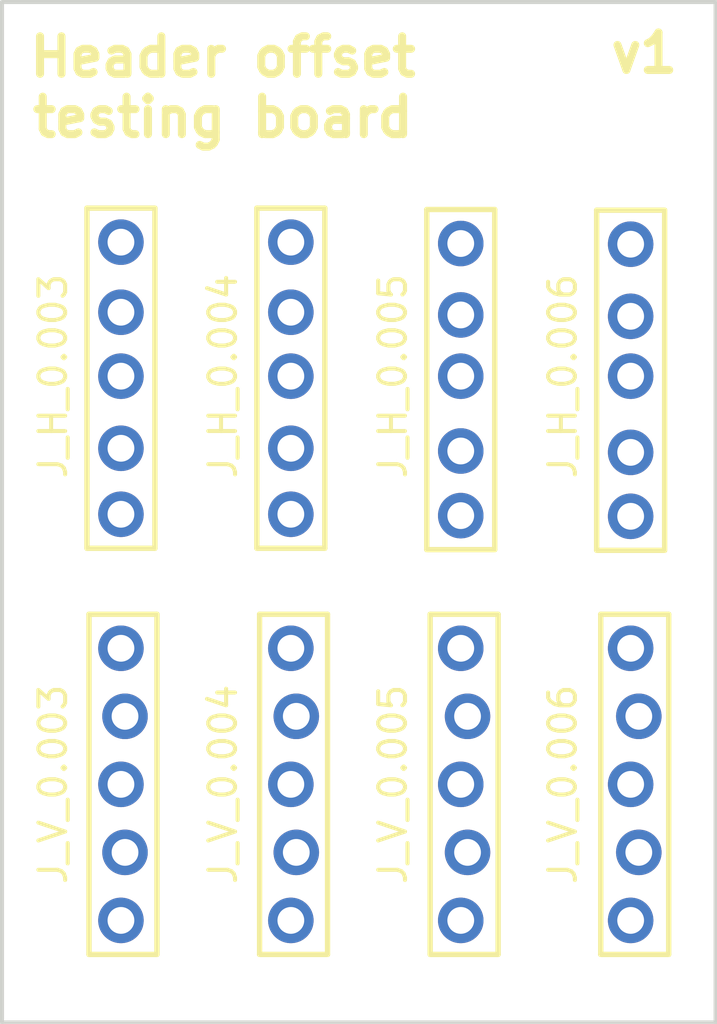
<source format=kicad_pcb>
(kicad_pcb (version 4) (host pcbnew 4.0.6)

  (general
    (links 0)
    (no_connects 0)
    (area 36.754999 22.784999 63.575001 61.035001)
    (thickness 1.6)
    (drawings 6)
    (tracks 0)
    (zones 0)
    (modules 8)
    (nets 1)
  )

  (page A4)
  (layers
    (0 F.Cu signal)
    (31 B.Cu signal)
    (32 B.Adhes user)
    (33 F.Adhes user)
    (34 B.Paste user)
    (35 F.Paste user)
    (36 B.SilkS user)
    (37 F.SilkS user)
    (38 B.Mask user)
    (39 F.Mask user)
    (40 Dwgs.User user)
    (41 Cmts.User user)
    (42 Eco1.User user)
    (43 Eco2.User user)
    (44 Edge.Cuts user)
    (45 Margin user)
    (46 B.CrtYd user)
    (47 F.CrtYd user)
    (48 B.Fab user)
    (49 F.Fab user)
  )

  (setup
    (last_trace_width 0.25)
    (trace_clearance 0.2)
    (zone_clearance 0.508)
    (zone_45_only no)
    (trace_min 0.2)
    (segment_width 0.2)
    (edge_width 0.15)
    (via_size 0.6)
    (via_drill 0.4)
    (via_min_size 0.4)
    (via_min_drill 0.3)
    (uvia_size 0.3)
    (uvia_drill 0.1)
    (uvias_allowed no)
    (uvia_min_size 0.2)
    (uvia_min_drill 0.1)
    (pcb_text_width 0.3)
    (pcb_text_size 1.5 1.5)
    (mod_edge_width 0.15)
    (mod_text_size 1 1)
    (mod_text_width 0.15)
    (pad_size 1.524 1.524)
    (pad_drill 0.762)
    (pad_to_mask_clearance 0.2)
    (aux_axis_origin 0 0)
    (visible_elements FFFFFF7F)
    (pcbplotparams
      (layerselection 0x010a8_00000001)
      (usegerberextensions true)
      (excludeedgelayer true)
      (linewidth 0.100000)
      (plotframeref false)
      (viasonmask false)
      (mode 1)
      (useauxorigin false)
      (hpglpennumber 1)
      (hpglpenspeed 20)
      (hpglpendiameter 15)
      (hpglpenoverlay 2)
      (psnegative false)
      (psa4output false)
      (plotreference true)
      (plotvalue true)
      (plotinvisibletext false)
      (padsonsilk false)
      (subtractmaskfromsilk false)
      (outputformat 1)
      (mirror false)
      (drillshape 0)
      (scaleselection 1)
      (outputdirectory v1))
  )

  (net 0 "")

  (net_class Default "This is the default net class."
    (clearance 0.2)
    (trace_width 0.25)
    (via_dia 0.6)
    (via_drill 0.4)
    (uvia_dia 0.3)
    (uvia_drill 0.1)
  )

  (module headers:header_1x5_unmarked_locking_h0.003 (layer F.Cu) (tedit 5943BCE0) (tstamp 5943BCAA)
    (at 41.275 31.8262)
    (descr "Through hole straight pin header, 1x05, 2.54mm pitch, single row, locking")
    (tags "Through hole pin header THT 1x05 2.54mm single row locking")
    (fp_text reference J_H_0.003 (at -2.54 5.0038 90) (layer F.SilkS)
      (effects (font (size 1 1) (thickness 0.15)))
    )
    (fp_text value I2C (at 0 12.55) (layer F.SilkS) hide
      (effects (font (size 1 1) (thickness 0.15)))
    )
    (fp_line (start -1.27 11.43) (end -1.27 -1.27) (layer F.SilkS) (width 0.2))
    (fp_line (start 1.27 11.43) (end -1.27 11.43) (layer F.SilkS) (width 0.2))
    (fp_line (start 1.27 -1.27) (end 1.27 11.43) (layer F.SilkS) (width 0.2))
    (fp_line (start -1.27 -1.27) (end 1.27 -1.27) (layer F.SilkS) (width 0.2))
    (fp_line (start -1.27 -1.27) (end -1.27 11.43) (layer F.Fab) (width 0.1))
    (fp_line (start -1.27 11.43) (end 1.27 11.43) (layer F.Fab) (width 0.1))
    (fp_line (start 1.27 11.43) (end 1.27 -1.27) (layer F.Fab) (width 0.1))
    (fp_line (start 1.27 -1.27) (end -1.27 -1.27) (layer F.Fab) (width 0.1))
    (fp_line (start -1.6 -1.6) (end -1.6 11.7) (layer F.CrtYd) (width 0.05))
    (fp_line (start -1.6 11.7) (end 1.6 11.7) (layer F.CrtYd) (width 0.05))
    (fp_line (start 1.6 11.7) (end 1.6 -1.6) (layer F.CrtYd) (width 0.05))
    (fp_line (start 1.6 -1.6) (end -1.6 -1.6) (layer F.CrtYd) (width 0.05))
    (pad 1 thru_hole circle (at 0 0) (size 1.7 1.7) (drill 1) (layers *.Cu *.Mask))
    (pad 2 thru_hole circle (at 0 2.6162) (size 1.7 1.7) (drill 1) (layers *.Cu *.Mask))
    (pad 3 thru_hole circle (at 0 5.0038) (size 1.7 1.7) (drill 1) (layers *.Cu *.Mask))
    (pad 4 thru_hole circle (at 0 7.6962) (size 1.7 1.7) (drill 1) (layers *.Cu *.Mask))
    (pad 5 thru_hole circle (at 0 10.16) (size 1.7 1.7) (drill 1) (layers *.Cu *.Mask))
    (model Pin_Headers.3dshapes/Pin_Header_Straight_1x05_Pitch2.54mm.wrl
      (at (xyz 0 -0.2 0))
      (scale (xyz 1 1 1))
      (rotate (xyz 0 0 90))
    )
  )

  (module headers:header_1x5_unmarked_locking_h0.004 (layer F.Cu) (tedit 5943BCDE) (tstamp 5943BCBF)
    (at 47.625 31.8262)
    (descr "Through hole straight pin header, 1x05, 2.54mm pitch, single row, locking")
    (tags "Through hole pin header THT 1x05 2.54mm single row locking")
    (fp_text reference J_H_0.004 (at -2.54 5.0038 90) (layer F.SilkS)
      (effects (font (size 1 1) (thickness 0.15)))
    )
    (fp_text value I2C (at 0 12.55) (layer F.SilkS) hide
      (effects (font (size 1 1) (thickness 0.15)))
    )
    (fp_line (start -1.27 11.43) (end -1.27 -1.27) (layer F.SilkS) (width 0.2))
    (fp_line (start 1.27 11.43) (end -1.27 11.43) (layer F.SilkS) (width 0.2))
    (fp_line (start 1.27 -1.27) (end 1.27 11.43) (layer F.SilkS) (width 0.2))
    (fp_line (start -1.27 -1.27) (end 1.27 -1.27) (layer F.SilkS) (width 0.2))
    (fp_line (start -1.27 -1.27) (end -1.27 11.43) (layer F.Fab) (width 0.1))
    (fp_line (start -1.27 11.43) (end 1.27 11.43) (layer F.Fab) (width 0.1))
    (fp_line (start 1.27 11.43) (end 1.27 -1.27) (layer F.Fab) (width 0.1))
    (fp_line (start 1.27 -1.27) (end -1.27 -1.27) (layer F.Fab) (width 0.1))
    (fp_line (start -1.6 -1.6) (end -1.6 11.7) (layer F.CrtYd) (width 0.05))
    (fp_line (start -1.6 11.7) (end 1.6 11.7) (layer F.CrtYd) (width 0.05))
    (fp_line (start 1.6 11.7) (end 1.6 -1.6) (layer F.CrtYd) (width 0.05))
    (fp_line (start 1.6 -1.6) (end -1.6 -1.6) (layer F.CrtYd) (width 0.05))
    (pad 1 thru_hole circle (at 0 0) (size 1.7 1.7) (drill 1) (layers *.Cu *.Mask))
    (pad 2 thru_hole circle (at 0 2.6162) (size 1.7 1.7) (drill 1) (layers *.Cu *.Mask))
    (pad 3 thru_hole circle (at 0 5.0038) (size 1.7 1.7) (drill 1) (layers *.Cu *.Mask))
    (pad 4 thru_hole circle (at 0 7.6962) (size 1.7 1.7) (drill 1) (layers *.Cu *.Mask))
    (pad 5 thru_hole circle (at 0 10.16) (size 1.7 1.7) (drill 1) (layers *.Cu *.Mask))
    (model Pin_Headers.3dshapes/Pin_Header_Straight_1x05_Pitch2.54mm.wrl
      (at (xyz 0 -0.2 0))
      (scale (xyz 1 1 1))
      (rotate (xyz 0 0 90))
    )
  )

  (module headers:header_1x5_unmarked_locking_h0.005 (layer F.Cu) (tedit 5943BCDC) (tstamp 5943BCD4)
    (at 53.975 31.877)
    (descr "Through hole straight pin header, 1x05, 2.54mm pitch, single row, locking")
    (tags "Through hole pin header THT 1x05 2.54mm single row locking")
    (fp_text reference J_H_0.005 (at -2.54 4.953 90) (layer F.SilkS)
      (effects (font (size 1 1) (thickness 0.15)))
    )
    (fp_text value I2C (at 0 12.55) (layer F.SilkS) hide
      (effects (font (size 1 1) (thickness 0.15)))
    )
    (fp_line (start -1.27 11.43) (end -1.27 -1.27) (layer F.SilkS) (width 0.2))
    (fp_line (start 1.27 11.43) (end -1.27 11.43) (layer F.SilkS) (width 0.2))
    (fp_line (start 1.27 -1.27) (end 1.27 11.43) (layer F.SilkS) (width 0.2))
    (fp_line (start -1.27 -1.27) (end 1.27 -1.27) (layer F.SilkS) (width 0.2))
    (fp_line (start -1.27 -1.27) (end -1.27 11.43) (layer F.Fab) (width 0.1))
    (fp_line (start -1.27 11.43) (end 1.27 11.43) (layer F.Fab) (width 0.1))
    (fp_line (start 1.27 11.43) (end 1.27 -1.27) (layer F.Fab) (width 0.1))
    (fp_line (start 1.27 -1.27) (end -1.27 -1.27) (layer F.Fab) (width 0.1))
    (fp_line (start -1.6 -1.6) (end -1.6 11.7) (layer F.CrtYd) (width 0.05))
    (fp_line (start -1.6 11.7) (end 1.6 11.7) (layer F.CrtYd) (width 0.05))
    (fp_line (start 1.6 11.7) (end 1.6 -1.6) (layer F.CrtYd) (width 0.05))
    (fp_line (start 1.6 -1.6) (end -1.6 -1.6) (layer F.CrtYd) (width 0.05))
    (pad 1 thru_hole circle (at 0 0) (size 1.7 1.7) (drill 1) (layers *.Cu *.Mask))
    (pad 2 thru_hole circle (at 0 2.667) (size 1.7 1.7) (drill 1) (layers *.Cu *.Mask))
    (pad 3 thru_hole circle (at 0 4.953) (size 1.7 1.7) (drill 1) (layers *.Cu *.Mask))
    (pad 4 thru_hole circle (at 0 7.747) (size 1.7 1.7) (drill 1) (layers *.Cu *.Mask))
    (pad 5 thru_hole circle (at 0 10.16) (size 1.7 1.7) (drill 1) (layers *.Cu *.Mask))
    (model Pin_Headers.3dshapes/Pin_Header_Straight_1x05_Pitch2.54mm.wrl
      (at (xyz 0 -0.2 0))
      (scale (xyz 1 1 1))
      (rotate (xyz 0 0 90))
    )
  )

  (module headers:header_1x5_unmarked_locking_h0.006 (layer F.Cu) (tedit 5943BCDA) (tstamp 5943BCE9)
    (at 60.325 31.9024)
    (descr "Through hole straight pin header, 1x05, 2.54mm pitch, single row, locking")
    (tags "Through hole pin header THT 1x05 2.54mm single row locking")
    (fp_text reference J_H_0.006 (at -2.54 4.9276 90) (layer F.SilkS)
      (effects (font (size 1 1) (thickness 0.15)))
    )
    (fp_text value I2C (at 0 12.55) (layer F.SilkS) hide
      (effects (font (size 1 1) (thickness 0.15)))
    )
    (fp_line (start -1.27 11.43) (end -1.27 -1.27) (layer F.SilkS) (width 0.2))
    (fp_line (start 1.27 11.43) (end -1.27 11.43) (layer F.SilkS) (width 0.2))
    (fp_line (start 1.27 -1.27) (end 1.27 11.43) (layer F.SilkS) (width 0.2))
    (fp_line (start -1.27 -1.27) (end 1.27 -1.27) (layer F.SilkS) (width 0.2))
    (fp_line (start -1.27 -1.27) (end -1.27 11.43) (layer F.Fab) (width 0.1))
    (fp_line (start -1.27 11.43) (end 1.27 11.43) (layer F.Fab) (width 0.1))
    (fp_line (start 1.27 11.43) (end 1.27 -1.27) (layer F.Fab) (width 0.1))
    (fp_line (start 1.27 -1.27) (end -1.27 -1.27) (layer F.Fab) (width 0.1))
    (fp_line (start -1.6 -1.6) (end -1.6 11.7) (layer F.CrtYd) (width 0.05))
    (fp_line (start -1.6 11.7) (end 1.6 11.7) (layer F.CrtYd) (width 0.05))
    (fp_line (start 1.6 11.7) (end 1.6 -1.6) (layer F.CrtYd) (width 0.05))
    (fp_line (start 1.6 -1.6) (end -1.6 -1.6) (layer F.CrtYd) (width 0.05))
    (pad 1 thru_hole circle (at 0 0) (size 1.7 1.7) (drill 1) (layers *.Cu *.Mask))
    (pad 2 thru_hole circle (at 0 2.6924) (size 1.7 1.7) (drill 1) (layers *.Cu *.Mask))
    (pad 3 thru_hole circle (at 0 4.9276) (size 1.7 1.7) (drill 1) (layers *.Cu *.Mask))
    (pad 4 thru_hole circle (at 0 7.7724) (size 1.7 1.7) (drill 1) (layers *.Cu *.Mask))
    (pad 5 thru_hole circle (at 0 10.16) (size 1.7 1.7) (drill 1) (layers *.Cu *.Mask))
    (model Pin_Headers.3dshapes/Pin_Header_Straight_1x05_Pitch2.54mm.wrl
      (at (xyz 0 -0.2 0))
      (scale (xyz 1 1 1))
      (rotate (xyz 0 0 90))
    )
  )

  (module headers:header_1x5_unmarked_locking_v0.003 (layer F.Cu) (tedit 5943BCEB) (tstamp 5943BCFE)
    (at 41.3512 46.99)
    (descr "Through hole straight pin header, 1x05, 2.54mm pitch, single row, locking")
    (tags "Through hole pin header THT 1x05 2.54mm single row locking")
    (fp_text reference J_V_0.003 (at -2.6162 5.08 90) (layer F.SilkS)
      (effects (font (size 1 1) (thickness 0.15)))
    )
    (fp_text value I2C (at 0 12.55) (layer F.SilkS) hide
      (effects (font (size 1 1) (thickness 0.15)))
    )
    (fp_line (start -1.27 11.43) (end -1.27 -1.27) (layer F.SilkS) (width 0.2))
    (fp_line (start 1.27 11.43) (end -1.27 11.43) (layer F.SilkS) (width 0.2))
    (fp_line (start 1.27 -1.27) (end 1.27 11.43) (layer F.SilkS) (width 0.2))
    (fp_line (start -1.27 -1.27) (end 1.27 -1.27) (layer F.SilkS) (width 0.2))
    (fp_line (start -1.27 -1.27) (end -1.27 11.43) (layer F.Fab) (width 0.1))
    (fp_line (start -1.27 11.43) (end 1.27 11.43) (layer F.Fab) (width 0.1))
    (fp_line (start 1.27 11.43) (end 1.27 -1.27) (layer F.Fab) (width 0.1))
    (fp_line (start 1.27 -1.27) (end -1.27 -1.27) (layer F.Fab) (width 0.1))
    (fp_line (start -1.6 -1.6) (end -1.6 11.7) (layer F.CrtYd) (width 0.05))
    (fp_line (start -1.6 11.7) (end 1.6 11.7) (layer F.CrtYd) (width 0.05))
    (fp_line (start 1.6 11.7) (end 1.6 -1.6) (layer F.CrtYd) (width 0.05))
    (fp_line (start 1.6 -1.6) (end -1.6 -1.6) (layer F.CrtYd) (width 0.05))
    (pad 1 thru_hole circle (at -0.0762 0) (size 1.7 1.7) (drill 1) (layers *.Cu *.Mask))
    (pad 2 thru_hole circle (at 0.0762 2.54) (size 1.7 1.7) (drill 1) (layers *.Cu *.Mask))
    (pad 3 thru_hole circle (at -0.0762 5.08) (size 1.7 1.7) (drill 1) (layers *.Cu *.Mask))
    (pad 4 thru_hole circle (at 0.0762 7.62) (size 1.7 1.7) (drill 1) (layers *.Cu *.Mask))
    (pad 5 thru_hole circle (at -0.0762 10.16) (size 1.7 1.7) (drill 1) (layers *.Cu *.Mask))
    (model Pin_Headers.3dshapes/Pin_Header_Straight_1x05_Pitch2.54mm.wrl
      (at (xyz 0 -0.2 0))
      (scale (xyz 1 1 1))
      (rotate (xyz 0 0 90))
    )
  )

  (module headers:header_1x5_unmarked_locking_v0.004 (layer F.Cu) (tedit 5943BCE4) (tstamp 5943BD13)
    (at 47.7266 46.99)
    (descr "Through hole straight pin header, 1x05, 2.54mm pitch, single row, locking")
    (tags "Through hole pin header THT 1x05 2.54mm single row locking")
    (fp_text reference J_V_0.004 (at -2.6416 5.08 90) (layer F.SilkS)
      (effects (font (size 1 1) (thickness 0.15)))
    )
    (fp_text value I2C (at 0 12.55) (layer F.SilkS) hide
      (effects (font (size 1 1) (thickness 0.15)))
    )
    (fp_line (start -1.27 11.43) (end -1.27 -1.27) (layer F.SilkS) (width 0.2))
    (fp_line (start 1.27 11.43) (end -1.27 11.43) (layer F.SilkS) (width 0.2))
    (fp_line (start 1.27 -1.27) (end 1.27 11.43) (layer F.SilkS) (width 0.2))
    (fp_line (start -1.27 -1.27) (end 1.27 -1.27) (layer F.SilkS) (width 0.2))
    (fp_line (start -1.27 -1.27) (end -1.27 11.43) (layer F.Fab) (width 0.1))
    (fp_line (start -1.27 11.43) (end 1.27 11.43) (layer F.Fab) (width 0.1))
    (fp_line (start 1.27 11.43) (end 1.27 -1.27) (layer F.Fab) (width 0.1))
    (fp_line (start 1.27 -1.27) (end -1.27 -1.27) (layer F.Fab) (width 0.1))
    (fp_line (start -1.6 -1.6) (end -1.6 11.7) (layer F.CrtYd) (width 0.05))
    (fp_line (start -1.6 11.7) (end 1.6 11.7) (layer F.CrtYd) (width 0.05))
    (fp_line (start 1.6 11.7) (end 1.6 -1.6) (layer F.CrtYd) (width 0.05))
    (fp_line (start 1.6 -1.6) (end -1.6 -1.6) (layer F.CrtYd) (width 0.05))
    (pad 1 thru_hole circle (at -0.1016 0) (size 1.7 1.7) (drill 1) (layers *.Cu *.Mask))
    (pad 2 thru_hole circle (at 0.1016 2.54) (size 1.7 1.7) (drill 1) (layers *.Cu *.Mask))
    (pad 3 thru_hole circle (at -0.1016 5.08) (size 1.7 1.7) (drill 1) (layers *.Cu *.Mask))
    (pad 4 thru_hole circle (at 0.1016 7.62) (size 1.7 1.7) (drill 1) (layers *.Cu *.Mask))
    (pad 5 thru_hole circle (at -0.1016 10.16) (size 1.7 1.7) (drill 1) (layers *.Cu *.Mask))
    (model Pin_Headers.3dshapes/Pin_Header_Straight_1x05_Pitch2.54mm.wrl
      (at (xyz 0 -0.2 0))
      (scale (xyz 1 1 1))
      (rotate (xyz 0 0 90))
    )
  )

  (module headers:header_1x5_unmarked_locking_v0.005 (layer F.Cu) (tedit 5943BCE7) (tstamp 5943BD28)
    (at 54.102 46.99)
    (descr "Through hole straight pin header, 1x05, 2.54mm pitch, single row, locking")
    (tags "Through hole pin header THT 1x05 2.54mm single row locking")
    (fp_text reference J_V_0.005 (at -2.667 5.08 90) (layer F.SilkS)
      (effects (font (size 1 1) (thickness 0.15)))
    )
    (fp_text value I2C (at 0 12.55) (layer F.SilkS) hide
      (effects (font (size 1 1) (thickness 0.15)))
    )
    (fp_line (start -1.27 11.43) (end -1.27 -1.27) (layer F.SilkS) (width 0.2))
    (fp_line (start 1.27 11.43) (end -1.27 11.43) (layer F.SilkS) (width 0.2))
    (fp_line (start 1.27 -1.27) (end 1.27 11.43) (layer F.SilkS) (width 0.2))
    (fp_line (start -1.27 -1.27) (end 1.27 -1.27) (layer F.SilkS) (width 0.2))
    (fp_line (start -1.27 -1.27) (end -1.27 11.43) (layer F.Fab) (width 0.1))
    (fp_line (start -1.27 11.43) (end 1.27 11.43) (layer F.Fab) (width 0.1))
    (fp_line (start 1.27 11.43) (end 1.27 -1.27) (layer F.Fab) (width 0.1))
    (fp_line (start 1.27 -1.27) (end -1.27 -1.27) (layer F.Fab) (width 0.1))
    (fp_line (start -1.6 -1.6) (end -1.6 11.7) (layer F.CrtYd) (width 0.05))
    (fp_line (start -1.6 11.7) (end 1.6 11.7) (layer F.CrtYd) (width 0.05))
    (fp_line (start 1.6 11.7) (end 1.6 -1.6) (layer F.CrtYd) (width 0.05))
    (fp_line (start 1.6 -1.6) (end -1.6 -1.6) (layer F.CrtYd) (width 0.05))
    (pad 1 thru_hole circle (at -0.127 0) (size 1.7 1.7) (drill 1) (layers *.Cu *.Mask))
    (pad 2 thru_hole circle (at 0.127 2.54) (size 1.7 1.7) (drill 1) (layers *.Cu *.Mask))
    (pad 3 thru_hole circle (at -0.127 5.08) (size 1.7 1.7) (drill 1) (layers *.Cu *.Mask))
    (pad 4 thru_hole circle (at 0.127 7.62) (size 1.7 1.7) (drill 1) (layers *.Cu *.Mask))
    (pad 5 thru_hole circle (at -0.127 10.16) (size 1.7 1.7) (drill 1) (layers *.Cu *.Mask))
    (model Pin_Headers.3dshapes/Pin_Header_Straight_1x05_Pitch2.54mm.wrl
      (at (xyz 0 -0.2 0))
      (scale (xyz 1 1 1))
      (rotate (xyz 0 0 90))
    )
  )

  (module headers:header_1x5_unmarked_locking_v0.006 (layer F.Cu) (tedit 5943BCE8) (tstamp 5943BD3D)
    (at 60.4774 46.99)
    (descr "Through hole straight pin header, 1x05, 2.54mm pitch, single row, locking")
    (tags "Through hole pin header THT 1x05 2.54mm single row locking")
    (fp_text reference J_V_0.006 (at -2.6924 5.08 90) (layer F.SilkS)
      (effects (font (size 1 1) (thickness 0.15)))
    )
    (fp_text value I2C (at 0 12.55) (layer F.SilkS) hide
      (effects (font (size 1 1) (thickness 0.15)))
    )
    (fp_line (start -1.27 11.43) (end -1.27 -1.27) (layer F.SilkS) (width 0.2))
    (fp_line (start 1.27 11.43) (end -1.27 11.43) (layer F.SilkS) (width 0.2))
    (fp_line (start 1.27 -1.27) (end 1.27 11.43) (layer F.SilkS) (width 0.2))
    (fp_line (start -1.27 -1.27) (end 1.27 -1.27) (layer F.SilkS) (width 0.2))
    (fp_line (start -1.27 -1.27) (end -1.27 11.43) (layer F.Fab) (width 0.1))
    (fp_line (start -1.27 11.43) (end 1.27 11.43) (layer F.Fab) (width 0.1))
    (fp_line (start 1.27 11.43) (end 1.27 -1.27) (layer F.Fab) (width 0.1))
    (fp_line (start 1.27 -1.27) (end -1.27 -1.27) (layer F.Fab) (width 0.1))
    (fp_line (start -1.6 -1.6) (end -1.6 11.7) (layer F.CrtYd) (width 0.05))
    (fp_line (start -1.6 11.7) (end 1.6 11.7) (layer F.CrtYd) (width 0.05))
    (fp_line (start 1.6 11.7) (end 1.6 -1.6) (layer F.CrtYd) (width 0.05))
    (fp_line (start 1.6 -1.6) (end -1.6 -1.6) (layer F.CrtYd) (width 0.05))
    (pad 1 thru_hole circle (at -0.1524 0) (size 1.7 1.7) (drill 1) (layers *.Cu *.Mask))
    (pad 2 thru_hole circle (at 0.1524 2.54) (size 1.7 1.7) (drill 1) (layers *.Cu *.Mask))
    (pad 3 thru_hole circle (at -0.1524 5.08) (size 1.7 1.7) (drill 1) (layers *.Cu *.Mask))
    (pad 4 thru_hole circle (at 0.1524 7.62) (size 1.7 1.7) (drill 1) (layers *.Cu *.Mask))
    (pad 5 thru_hole circle (at -0.1524 10.16) (size 1.7 1.7) (drill 1) (layers *.Cu *.Mask))
    (model Pin_Headers.3dshapes/Pin_Header_Straight_1x05_Pitch2.54mm.wrl
      (at (xyz 0 -0.2 0))
      (scale (xyz 1 1 1))
      (rotate (xyz 0 0 90))
    )
  )

  (gr_text v1 (at 62.23 24.765) (layer F.SilkS) (tstamp 5943C438)
    (effects (font (size 1.4 1.4) (thickness 0.3)) (justify right))
  )
  (gr_line (start 36.83 60.96) (end 36.83 22.86) (layer Edge.Cuts) (width 0.15))
  (gr_line (start 63.5 60.96) (end 36.83 60.96) (layer Edge.Cuts) (width 0.15))
  (gr_line (start 63.5 22.86) (end 63.5 60.96) (layer Edge.Cuts) (width 0.15))
  (gr_line (start 36.83 22.86) (end 63.5 22.86) (layer Edge.Cuts) (width 0.15))
  (gr_text "Header offset\ntesting board" (at 45.085 26.035) (layer F.SilkS)
    (effects (font (size 1.4 1.4) (thickness 0.3)))
  )

)

</source>
